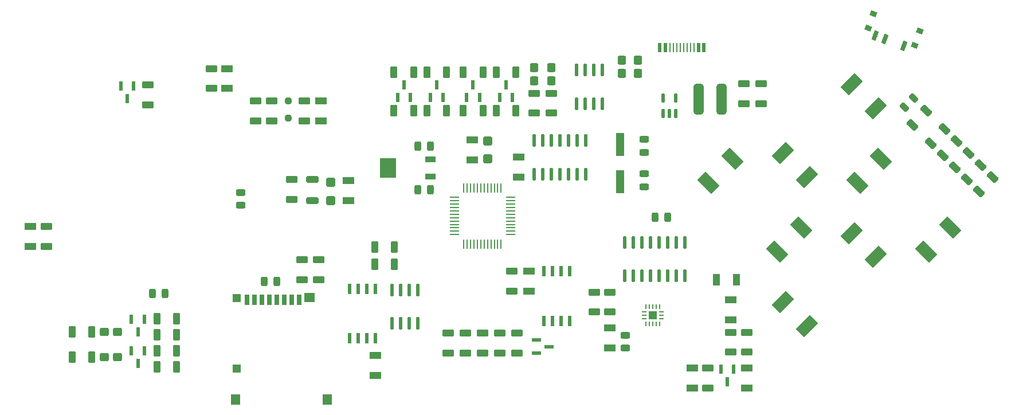
<source format=gbr>
G04 #@! TF.GenerationSoftware,KiCad,Pcbnew,8.0.7*
G04 #@! TF.CreationDate,2025-01-24T17:45:44-05:00*
G04 #@! TF.ProjectId,Game_Cat_R4,47616d65-5f43-4617-945f-52342e6b6963,4.1.4*
G04 #@! TF.SameCoordinates,Original*
G04 #@! TF.FileFunction,Paste,Top*
G04 #@! TF.FilePolarity,Positive*
%FSLAX46Y46*%
G04 Gerber Fmt 4.6, Leading zero omitted, Abs format (unit mm)*
G04 Created by KiCad (PCBNEW 8.0.7) date 2025-01-24 17:45:44*
%MOMM*%
%LPD*%
G01*
G04 APERTURE LIST*
G04 Aperture macros list*
%AMRoundRect*
0 Rectangle with rounded corners*
0 $1 Rounding radius*
0 $2 $3 $4 $5 $6 $7 $8 $9 X,Y pos of 4 corners*
0 Add a 4 corners polygon primitive as box body*
4,1,4,$2,$3,$4,$5,$6,$7,$8,$9,$2,$3,0*
0 Add four circle primitives for the rounded corners*
1,1,$1+$1,$2,$3*
1,1,$1+$1,$4,$5*
1,1,$1+$1,$6,$7*
1,1,$1+$1,$8,$9*
0 Add four rect primitives between the rounded corners*
20,1,$1+$1,$2,$3,$4,$5,0*
20,1,$1+$1,$4,$5,$6,$7,0*
20,1,$1+$1,$6,$7,$8,$9,0*
20,1,$1+$1,$8,$9,$2,$3,0*%
%AMRotRect*
0 Rectangle, with rotation*
0 The origin of the aperture is its center*
0 $1 length*
0 $2 width*
0 $3 Rotation angle, in degrees counterclockwise*
0 Add horizontal line*
21,1,$1,$2,0,0,$3*%
G04 Aperture macros list end*
%ADD10RoundRect,0.240592X0.409008X-0.434008X0.409008X0.434008X-0.409008X0.434008X-0.409008X-0.434008X0*%
%ADD11RoundRect,0.238956X0.635644X-0.310644X0.635644X0.310644X-0.635644X0.310644X-0.635644X-0.310644X0*%
%ADD12RoundRect,0.238956X0.310644X0.635644X-0.310644X0.635644X-0.310644X-0.635644X0.310644X-0.635644X0*%
%ADD13RoundRect,0.237300X-0.237300X-0.462300X0.237300X-0.462300X0.237300X0.462300X-0.237300X0.462300X0*%
%ADD14RoundRect,0.238956X-0.635644X0.310644X-0.635644X-0.310644X0.635644X-0.310644X0.635644X0.310644X0*%
%ADD15RoundRect,0.237300X-0.462300X0.237300X-0.462300X-0.237300X0.462300X-0.237300X0.462300X0.237300X0*%
%ADD16RoundRect,0.137300X-0.137300X0.574800X-0.137300X-0.574800X0.137300X-0.574800X0.137300X0.574800X0*%
%ADD17RoundRect,0.137300X-0.574800X-0.137300X0.574800X-0.137300X0.574800X0.137300X-0.574800X0.137300X0*%
%ADD18RoundRect,0.137300X0.137300X-0.574800X0.137300X0.574800X-0.137300X0.574800X-0.137300X-0.574800X0*%
%ADD19RoundRect,0.238711X-0.220971X0.642957X-0.642957X0.220971X0.220971X-0.642957X0.642957X-0.220971X0*%
%ADD20RoundRect,0.238711X0.610889X-0.298389X0.610889X0.298389X-0.610889X0.298389X-0.610889X-0.298389X0*%
%ADD21RoundRect,0.238711X-0.610889X0.298389X-0.610889X-0.298389X0.610889X-0.298389X0.610889X0.298389X0*%
%ADD22RoundRect,0.238711X-0.298389X-0.610889X0.298389X-0.610889X0.298389X0.610889X-0.298389X0.610889X0*%
%ADD23RoundRect,0.238711X0.298389X0.610889X-0.298389X0.610889X-0.298389X-0.610889X0.298389X-0.610889X0*%
%ADD24RoundRect,0.137300X-0.137300X0.812300X-0.137300X-0.812300X0.137300X-0.812300X0.137300X0.812300X0*%
%ADD25RoundRect,0.237300X0.237300X0.462300X-0.237300X0.462300X-0.237300X-0.462300X0.237300X-0.462300X0*%
%ADD26RoundRect,0.137300X0.137300X-0.499800X0.137300X0.499800X-0.137300X0.499800X-0.137300X-0.499800X0*%
%ADD27R,1.450340X1.648460*%
%ADD28R,0.749300X1.628140*%
%ADD29R,1.239520X1.249680*%
%ADD30R,1.648460X1.450340*%
%ADD31RoundRect,0.237905X-0.686695X0.261695X-0.686695X-0.261695X0.686695X-0.261695X0.686695X0.261695X0*%
%ADD32RoundRect,0.237300X0.462300X-0.237300X0.462300X0.237300X-0.462300X0.237300X-0.462300X-0.237300X0*%
%ADD33RoundRect,0.240231X-0.384369X0.396869X-0.384369X-0.396869X0.384369X-0.396869X0.384369X0.396869X0*%
%ADD34RoundRect,0.137300X0.137300X-0.812300X0.137300X0.812300X-0.137300X0.812300X-0.137300X-0.812300X0*%
%ADD35R,1.149200X3.449200*%
%ADD36RoundRect,0.240231X0.396869X0.384369X-0.396869X0.384369X-0.396869X-0.384369X0.396869X-0.384369X0*%
%ADD37R,1.199200X1.199200*%
%ADD38R,0.254200X0.762200*%
%ADD39R,0.762200X0.254200*%
%ADD40R,0.599200X1.649200*%
%ADD41RoundRect,0.062300X-0.649800X-0.062300X0.649800X-0.062300X0.649800X0.062300X-0.649800X0.062300X0*%
%ADD42RoundRect,0.062300X-0.062300X-0.649800X0.062300X-0.649800X0.062300X0.649800X-0.062300X0.649800X0*%
%ADD43RotRect,2.949200X1.749200X225.000000*%
%ADD44RotRect,2.949200X1.749200X315.000000*%
%ADD45RotRect,2.949200X1.749200X135.000000*%
%ADD46RotRect,2.949200X1.749200X45.000000*%
%ADD47RoundRect,0.240231X0.384369X-0.396869X0.384369X0.396869X-0.384369X0.396869X-0.384369X-0.396869X0*%
%ADD48RoundRect,0.231050X-0.150260X0.477014X-0.477014X0.150260X0.150260X-0.477014X0.477014X-0.150260X0*%
%ADD49RotRect,0.949200X0.749200X160.000000*%
%ADD50RotRect,0.649200X1.449200X160.000000*%
%ADD51R,0.549200X1.399200*%
%ADD52R,0.249200X1.399200*%
%ADD53RoundRect,0.237300X-0.237300X0.237300X-0.237300X-0.237300X0.237300X-0.237300X0.237300X0.237300X0*%
%ADD54RoundRect,0.362300X0.362300X1.912300X-0.362300X1.912300X-0.362300X-1.912300X0.362300X-1.912300X0*%
%ADD55R,1.549200X0.949200*%
%ADD56R,2.449200X2.949200*%
G04 APERTURE END LIST*
D10*
X106324000Y-99365000D03*
X106324000Y-96665000D03*
D11*
X108966000Y-99365000D03*
X108966000Y-96415000D03*
X127279400Y-93346800D03*
X127279400Y-90396800D03*
X135686800Y-112725200D03*
X135686800Y-109775200D03*
D12*
X166321000Y-110998000D03*
X163371000Y-110998000D03*
D13*
X154269360Y-101828600D03*
X156169360Y-101828600D03*
D11*
X61976000Y-106125000D03*
X61976000Y-103175000D03*
X167805100Y-127027200D03*
X167805100Y-124077200D03*
D14*
X165417500Y-113968000D03*
X165417500Y-116918000D03*
D15*
X93091000Y-98112500D03*
X93091000Y-100012500D03*
D11*
X159778700Y-127027200D03*
X159778700Y-124077200D03*
D14*
X91033600Y-79830400D03*
X91033600Y-82780400D03*
D13*
X96502140Y-111252000D03*
X98402140Y-111252000D03*
D14*
X104902000Y-84631000D03*
X104902000Y-87581000D03*
D16*
X77251600Y-82364500D03*
X75351600Y-82364500D03*
X76301600Y-84239500D03*
D17*
X136730500Y-119954000D03*
X136730500Y-121854000D03*
X138605500Y-120904000D03*
D18*
X126443700Y-84135200D03*
X128343700Y-84135200D03*
X127393700Y-82260200D03*
X131320500Y-84135200D03*
X133220500Y-84135200D03*
X132270500Y-82260200D03*
X116220200Y-84135200D03*
X118120200Y-84135200D03*
X117170200Y-82260200D03*
D19*
X202387200Y-94107000D03*
X200318912Y-96175288D03*
X204165200Y-95885000D03*
X202096912Y-97953288D03*
X200609200Y-92329000D03*
X198540912Y-94397288D03*
D20*
X145262600Y-115798600D03*
X145262600Y-112873600D03*
D19*
X198831200Y-90551000D03*
X196762912Y-92619288D03*
D20*
X88744600Y-82780400D03*
X88744600Y-79855400D03*
X64389000Y-106112500D03*
X64389000Y-103187500D03*
X165417500Y-121731500D03*
X165417500Y-118806500D03*
D21*
X167805100Y-118806500D03*
X167805100Y-121731500D03*
D20*
X162064700Y-127014700D03*
X162064700Y-124089700D03*
D21*
X133858000Y-118933500D03*
X133858000Y-121858500D03*
X102489000Y-84643500D03*
X102489000Y-87568500D03*
D22*
X125931200Y-80378300D03*
X128856200Y-80378300D03*
D23*
X128856200Y-86017100D03*
X125931200Y-86017100D03*
D22*
X130808000Y-80378300D03*
X133733000Y-80378300D03*
X115707700Y-80378300D03*
X118632700Y-80378300D03*
D23*
X118632700Y-86017100D03*
X115707700Y-86017100D03*
D24*
X119227600Y-112510800D03*
X117957600Y-112510800D03*
X116687600Y-112510800D03*
X115417600Y-112510800D03*
X115417600Y-117460800D03*
X116687600Y-117460800D03*
X117957600Y-117460800D03*
X119227600Y-117460800D03*
D16*
X165884900Y-124214700D03*
X163984900Y-124214700D03*
X164934900Y-126089700D03*
D18*
X121071600Y-84135200D03*
X122971600Y-84135200D03*
X122021600Y-82260200D03*
D22*
X120559100Y-80378300D03*
X123484100Y-80378300D03*
D23*
X123484100Y-86017100D03*
X120559100Y-86017100D03*
X133733000Y-86017100D03*
X130808000Y-86017100D03*
D25*
X81887500Y-113030000D03*
X79987500Y-113030000D03*
D26*
X155463200Y-86446636D03*
X156413200Y-86446636D03*
X157363200Y-86446636D03*
X157363200Y-84171636D03*
X155463200Y-84171636D03*
D21*
X79375000Y-82239500D03*
X79375000Y-85164500D03*
D27*
X92311220Y-128720160D03*
X105808780Y-128720160D03*
D28*
X101701600Y-113960220D03*
X100601780Y-113960220D03*
X99501960Y-113960220D03*
X98402140Y-113960220D03*
X97299780Y-113960220D03*
X96199960Y-113960220D03*
X95100140Y-113960220D03*
X94000320Y-113960220D03*
D29*
X92456000Y-113724000D03*
X92456000Y-124138000D03*
D30*
X103251000Y-113660500D03*
D13*
X119207200Y-97713800D03*
X121107200Y-97713800D03*
D20*
X147624800Y-115798600D03*
X147624800Y-112873600D03*
D31*
X103632000Y-96215000D03*
X103632000Y-99365000D03*
D32*
X152654000Y-97266800D03*
X152654000Y-95366800D03*
D15*
X152654000Y-90286800D03*
X152654000Y-92186800D03*
D13*
X119207200Y-91287600D03*
X121107200Y-91287600D03*
D33*
X136448800Y-79736300D03*
X136448800Y-81661300D03*
X138988800Y-79736300D03*
X138988800Y-81661300D03*
D20*
X136448800Y-86403100D03*
X136448800Y-83478100D03*
X138988800Y-86403100D03*
X138988800Y-83478100D03*
D34*
X142684500Y-85025000D03*
X143954500Y-85025000D03*
X145224500Y-85025000D03*
X146494500Y-85025000D03*
X146494500Y-80075000D03*
X145224500Y-80075000D03*
X143954500Y-80075000D03*
X142684500Y-80075000D03*
D35*
X149098000Y-91026800D03*
X149098000Y-96526800D03*
D10*
X129540000Y-93199300D03*
X129540000Y-90499300D03*
D20*
X123698000Y-121858500D03*
X123698000Y-118933500D03*
X126238000Y-121858500D03*
X126238000Y-118933500D03*
X128778000Y-121858500D03*
X128778000Y-118933500D03*
X131318000Y-121858500D03*
X131318000Y-118933500D03*
D36*
X74854100Y-118715000D03*
X72929100Y-118715000D03*
X74854100Y-122476500D03*
X72929100Y-122476500D03*
D16*
X78826400Y-116840000D03*
X76926400Y-116840000D03*
X77876400Y-118715000D03*
X78829400Y-121539000D03*
X76929400Y-121539000D03*
X77879400Y-123414000D03*
D23*
X71056341Y-118715000D03*
X68131341Y-118715000D03*
X71056341Y-122476500D03*
X68131341Y-122476500D03*
D21*
X133146800Y-109789500D03*
X133146800Y-112714500D03*
D22*
X80681100Y-121539000D03*
X83606100Y-121539000D03*
X112837500Y-108762800D03*
X115762500Y-108762800D03*
D37*
X153924000Y-116298600D03*
D38*
X152924000Y-117573600D03*
X153424000Y-117573600D03*
X153924000Y-117573600D03*
X154424000Y-117573600D03*
X154924000Y-117573600D03*
D39*
X155199000Y-116798600D03*
X155199000Y-116298600D03*
X155199000Y-115798600D03*
D38*
X154924000Y-115023600D03*
X154424000Y-115023600D03*
X153924000Y-115023600D03*
X153424000Y-115023600D03*
X152924000Y-115023600D03*
D39*
X152649000Y-115798600D03*
X152649000Y-116298600D03*
X152649000Y-116798600D03*
D32*
X149860000Y-121109000D03*
X149860000Y-119209000D03*
D11*
X147599400Y-121109000D03*
X147599400Y-118159000D03*
D22*
X80681100Y-116812300D03*
X83606100Y-116812300D03*
D24*
X158709360Y-105513100D03*
X157439360Y-105513100D03*
X156169360Y-105513100D03*
X154899360Y-105513100D03*
X153629360Y-105513100D03*
X152359360Y-105513100D03*
X151089360Y-105513100D03*
X149819360Y-105513100D03*
X149819360Y-110463100D03*
X151089360Y-110463100D03*
X152359360Y-110463100D03*
X153629360Y-110463100D03*
X154899360Y-110463100D03*
X156169360Y-110463100D03*
X157439360Y-110463100D03*
X158709360Y-110463100D03*
D20*
X95250000Y-87568500D03*
X95250000Y-84643500D03*
D11*
X112966500Y-125173000D03*
X112966500Y-122223000D03*
D40*
X112966500Y-112385800D03*
X111696500Y-112385800D03*
X110426500Y-112385800D03*
X109156500Y-112385800D03*
X109156500Y-119685800D03*
X110426500Y-119685800D03*
X111696500Y-119685800D03*
X112966500Y-119685800D03*
D21*
X102158800Y-108074000D03*
X102158800Y-110999000D03*
D41*
X124619500Y-98854000D03*
X124619500Y-99354000D03*
X124619500Y-99854000D03*
X124619500Y-100354000D03*
X124619500Y-100854000D03*
X124619500Y-101354000D03*
X124619500Y-101854000D03*
X124619500Y-102354000D03*
X124619500Y-102854000D03*
X124619500Y-103354000D03*
X124619500Y-103854000D03*
X124619500Y-104354000D03*
D42*
X126032000Y-105766500D03*
X126532000Y-105766500D03*
X127032000Y-105766500D03*
X127532000Y-105766500D03*
X128032000Y-105766500D03*
X128532000Y-105766500D03*
X129032000Y-105766500D03*
X129532000Y-105766500D03*
X130032000Y-105766500D03*
X130532000Y-105766500D03*
X131032000Y-105766500D03*
X131532000Y-105766500D03*
D41*
X132944500Y-104354000D03*
X132944500Y-103854000D03*
X132944500Y-103354000D03*
X132944500Y-102854000D03*
X132944500Y-102354000D03*
X132944500Y-101854000D03*
X132944500Y-101354000D03*
X132944500Y-100854000D03*
X132944500Y-100354000D03*
X132944500Y-99854000D03*
X132944500Y-99354000D03*
X132944500Y-98854000D03*
D42*
X131532000Y-97441500D03*
X131032000Y-97441500D03*
X130532000Y-97441500D03*
X130032000Y-97441500D03*
X129532000Y-97441500D03*
X129032000Y-97441500D03*
X128532000Y-97441500D03*
X128032000Y-97441500D03*
X127532000Y-97441500D03*
X127032000Y-97441500D03*
X126532000Y-97441500D03*
X126032000Y-97441500D03*
D21*
X104571800Y-108074000D03*
X104571800Y-110999000D03*
D20*
X97663000Y-87568500D03*
X97663000Y-84643500D03*
D11*
X134112000Y-95847200D03*
X134112000Y-92897200D03*
D43*
X183323402Y-104141064D03*
X173141064Y-114323402D03*
X186858936Y-107676598D03*
X176676598Y-117858936D03*
D44*
X184141064Y-96676598D03*
X194323402Y-106858936D03*
X187676598Y-93141064D03*
X197858936Y-103323402D03*
D45*
X175858936Y-103323402D03*
X165676598Y-93141064D03*
X172323402Y-106858936D03*
X162141064Y-96676598D03*
D46*
X176676598Y-95858936D03*
X186858936Y-85676598D03*
X173141064Y-92323402D03*
X183323402Y-82141064D03*
D47*
X151739600Y-80515300D03*
X151739600Y-78590300D03*
D33*
X149352000Y-78630300D03*
X149352000Y-80555300D03*
D48*
X192432913Y-84173087D03*
X191107087Y-85498913D03*
D19*
X194328144Y-86087856D03*
X192259856Y-88156144D03*
D49*
X192596302Y-76352534D03*
X193352167Y-74275813D03*
X185736546Y-73855787D03*
X186492411Y-71779066D03*
D50*
X191058420Y-76484506D03*
X188239342Y-75458445D03*
X186829803Y-74945415D03*
D19*
X197053200Y-88773000D03*
X194984912Y-90841288D03*
D23*
X83606100Y-123901200D03*
X80681100Y-123901200D03*
D40*
X137845800Y-117087700D03*
X139115800Y-117087700D03*
X140385800Y-117087700D03*
X141655800Y-117087700D03*
X141655800Y-109787700D03*
X140385800Y-109787700D03*
X139115800Y-109787700D03*
X137845800Y-109787700D03*
D51*
X161492000Y-76764006D03*
X160692000Y-76764006D03*
D52*
X159492000Y-76764006D03*
X158492000Y-76764006D03*
X157992000Y-76764006D03*
X156992000Y-76764006D03*
D51*
X155792000Y-76764006D03*
X154992000Y-76764006D03*
X154992000Y-76764006D03*
X155792000Y-76764006D03*
D52*
X156492000Y-76764006D03*
X157492000Y-76764006D03*
X158992000Y-76764006D03*
X159992000Y-76764006D03*
D51*
X160692000Y-76764006D03*
X161492000Y-76764006D03*
D23*
X83606100Y-119175650D03*
X80681100Y-119175650D03*
D53*
X100076000Y-84643500D03*
X100076000Y-87143500D03*
D20*
X167386000Y-85028500D03*
X167386000Y-82103500D03*
D22*
X112837500Y-106172000D03*
X115762500Y-106172000D03*
D34*
X136398000Y-95439000D03*
X137668000Y-95439000D03*
X138938000Y-95439000D03*
X140208000Y-95439000D03*
X141478000Y-95439000D03*
X142748000Y-95439000D03*
X144018000Y-95439000D03*
X144018000Y-90489000D03*
X142748000Y-90489000D03*
X141478000Y-90489000D03*
X140208000Y-90489000D03*
X138938000Y-90489000D03*
X137668000Y-90489000D03*
X136398000Y-90489000D03*
D54*
X164092008Y-84353400D03*
X160692008Y-84353400D03*
D55*
X121107200Y-95808800D03*
X121107200Y-93208800D03*
D56*
X114857200Y-94508800D03*
D20*
X169926000Y-85015800D03*
X169926000Y-82090800D03*
X100556133Y-99140000D03*
X100556133Y-96215000D03*
M02*

</source>
